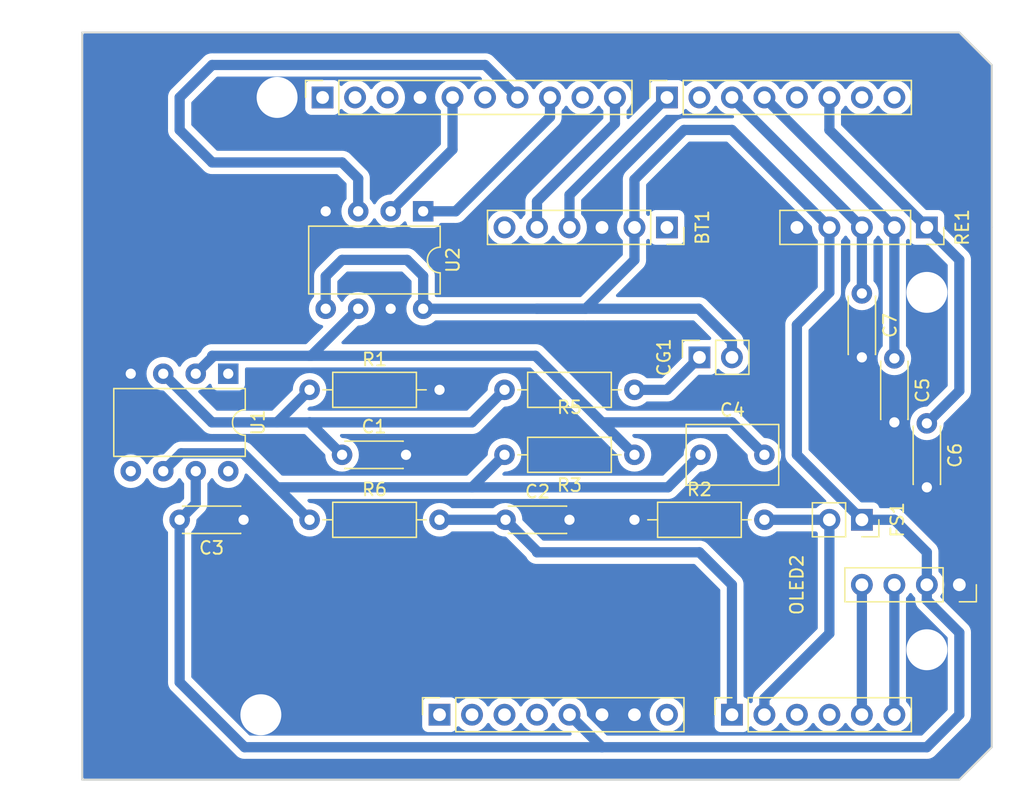
<source format=kicad_pcb>
(kicad_pcb (version 20221018) (generator pcbnew)
  (title_block (date "mar. 31 mars 2015"))
  (layers (0 "F.Cu" signal) (31 "B.Cu" signal) (34 "B.Paste" user) (35 "F.Paste" user) (36 "B.SilkS" user "B.Silkscreen") (37 "F.SilkS" user "F.Silkscreen") (38 "B.Mask" user) (39 "F.Mask" user) (44 "Edge.Cuts" user))
  (net 0 "")
  (net 1 "GND")
  (net 3 "+5V")
  (net 4 "/IOREF")
  (net 5 "Net-(U1-+IN)")
  (net 6 "A0")
  (net 7 "/A2")
  (net 8 "/A3")
  (net 9 "Net-(U1-OUT)")
  (net 10 "R2")
  (net 11 "A5")
  (net 12 "/12")
  (net 13 "/AREF")
  (net 14 "A4")
  (net 15 "D13")
  (net 16 "D11")
  (net 17 "D10")
  (net 18 "/*9")
  (net 19 "D8")
  (net 20 "A1")
  (net 21 "/*6")
  (net 22 "D7")
  (net 23 "/TX{slash}1")
  (net 24 "/*3")
  (net 25 "/RX{slash}0")
  (net 26 "+3V3")
  (net 27 "VCC")
  (net 28 "/~{RESET}")
  (net 29 "D5")
  (net 30 "D4")
  (net 31 "D2")
  (net 37 "Net-(CG1-Pad1)")
  (footprint "Connector_PinSocket_2.54mm:PinSocket_1x08_P2.54mm_Vertical" (layer "F.Cu") (at 127.94 97.46 90)
    (fp_text reference "J1" hide)
    (fp_text value "Power")
    (fp_line (start -1.33 1.27) (end -1.33 19.11) (stroke (width 0.12)) (layer "F.SilkS"))
    (fp_line (start -1.33 1.27) (end 1.33 1.27) (stroke (width 0.12)) (layer "F.SilkS"))
    (fp_line (start -1.33 19.11) (end 1.33 19.11) (stroke (width 0.12)) (layer "F.SilkS"))
    (fp_line (start 0 -1.33) (end 1.33 -1.33) (stroke (width 0.12)) (layer "F.SilkS"))
    (fp_line (start 1.33 -1.33) (end 1.33 0) (stroke (width 0.12)) (layer "F.SilkS"))
    (fp_line (start 1.33 1.27) (end 1.33 19.11) (stroke (width 0.12)) (layer "F.SilkS"))
    (pad "1" thru_hole rect locked (at 0 0 90) (size 1.7 1.7) (drill 1) (layers "*.Cu" "*.Mask"))
    (pad "2" thru_hole oval locked (at 0 2.54 90) (size 1.7 1.7) (drill 1) (layers "*.Cu" "*.Mask") (net 4 "/IOREF"))
    (pad "3" thru_hole oval locked (at 0 5.08 90) (size 1.7 1.7) (drill 1) (layers "*.Cu" "*.Mask") (net 28 "/~{RESET}"))
    (pad "4" thru_hole oval locked (at 0 7.62 90) (size 1.7 1.7) (drill 1) (layers "*.Cu" "*.Mask") (net 26 "+3V3"))
    (pad "5" thru_hole oval locked (at 0 10.16 90) (size 1.7 1.7) (drill 1) (layers "*.Cu" "*.Mask") (net 3 "+5V"))
    (pad "6" thru_hole oval locked (at 0 12.7 90) (size 1.7 1.7) (drill 1) (layers "*.Cu" "*.Mask") (net 1 "GND"))
    (pad "7" thru_hole oval locked (at 0 15.24 90) (size 1.7 1.7) (drill 1) (layers "*.Cu" "*.Mask") (net 1 "GND"))
    (pad "8" thru_hole oval locked (at 0 17.78 90) (size 1.7 1.7) (drill 1) (layers "*.Cu" "*.Mask") (net 27 "VCC"))
  )
  (footprint "Connector_PinSocket_2.54mm:PinSocket_1x06_P2.54mm_Vertical" (layer "F.Cu") (at 150.8 97.46 90)
    (fp_text reference "J3" hide)
    (fp_text value "Analog")
    (fp_line (start -1.33 1.27) (end -1.33 14.03) (stroke (width 0.12)) (layer "F.SilkS"))
    (fp_line (start -1.33 1.27) (end 1.33 1.27) (stroke (width 0.12)) (layer "F.SilkS"))
    (fp_line (start -1.33 14.03) (end 1.33 14.03) (stroke (width 0.12)) (layer "F.SilkS"))
    (fp_line (start 0 -1.33) (end 1.33 -1.33) (stroke (width 0.12)) (layer "F.SilkS"))
    (fp_line (start 1.33 -1.33) (end 1.33 0) (stroke (width 0.12)) (layer "F.SilkS"))
    (fp_line (start 1.33 1.27) (end 1.33 14.03) (stroke (width 0.12)) (layer "F.SilkS"))
    (pad "1" thru_hole rect locked (at 0 0 90) (size 1.7 1.7) (drill 1) (layers "*.Cu" "*.Mask") (net 6 "A0"))
    (pad "2" thru_hole oval locked (at 0 2.54 90) (size 1.7 1.7) (drill 1) (layers "*.Cu" "*.Mask") (net 20 "A1"))
    (pad "3" thru_hole oval locked (at 0 5.08 90) (size 1.7 1.7) (drill 1) (layers "*.Cu" "*.Mask") (net 7 "/A2"))
    (pad "4" thru_hole oval locked (at 0 7.62 90) (size 1.7 1.7) (drill 1) (layers "*.Cu" "*.Mask") (net 8 "/A3"))
    (pad "5" thru_hole oval locked (at 0 10.16 90) (size 1.7 1.7) (drill 1) (layers "*.Cu" "*.Mask") (net 14 "A4"))
    (pad "6" thru_hole oval locked (at 0 12.7 90) (size 1.7 1.7) (drill 1) (layers "*.Cu" "*.Mask") (net 11 "A5"))
  )
  (footprint "Connector_PinSocket_2.54mm:PinSocket_1x10_P2.54mm_Vertical" (layer "F.Cu") (at 118.796 49.2 90)
    (fp_text reference "J2" hide)
    (fp_text value "Digital/PWM")
    (fp_line (start -1.33 1.27) (end -1.33 24.19) (stroke (width 0.12)) (layer "F.SilkS"))
    (fp_line (start -1.33 1.27) (end 1.33 1.27) (stroke (width 0.12)) (layer "F.SilkS"))
    (fp_line (start -1.33 24.19) (end 1.33 24.19) (stroke (width 0.12)) (layer "F.SilkS"))
    (fp_line (start 0 -1.33) (end 1.33 -1.33) (stroke (width 0.12)) (layer "F.SilkS"))
    (fp_line (start 1.33 -1.33) (end 1.33 0) (stroke (width 0.12)) (layer "F.SilkS"))
    (fp_line (start 1.33 1.27) (end 1.33 24.19) (stroke (width 0.12)) (layer "F.SilkS"))
    (pad "1" thru_hole rect locked (at 0 0 90) (size 1.7 1.7) (drill 1) (layers "*.Cu" "*.Mask"))
    (pad "2" thru_hole oval locked (at 0 2.54 90) (size 1.7 1.7) (drill 1) (layers "*.Cu" "*.Mask"))
    (pad "3" thru_hole oval locked (at 0 5.08 90) (size 1.7 1.7) (drill 1) (layers "*.Cu" "*.Mask") (net 13 "/AREF"))
    (pad "4" thru_hole oval locked (at 0 7.62 90) (size 1.7 1.7) (drill 1) (layers "*.Cu" "*.Mask") (net 1 "GND"))
    (pad "5" thru_hole oval locked (at 0 10.16 90) (size 1.7 1.7) (drill 1) (layers "*.Cu" "*.Mask") (net 15 "D13"))
    (pad "6" thru_hole oval locked (at 0 12.7 90) (size 1.7 1.7) (drill 1) (layers "*.Cu" "*.Mask") (net 12 "/12"))
    (pad "7" thru_hole oval locked (at 0 15.24 90) (size 1.7 1.7) (drill 1) (layers "*.Cu" "*.Mask") (net 16 "D11"))
    (pad "8" thru_hole oval locked (at 0 17.78 90) (size 1.7 1.7) (drill 1) (layers "*.Cu" "*.Mask") (net 17 "D10"))
    (pad "9" thru_hole oval locked (at 0 20.32 90) (size 1.7 1.7) (drill 1) (layers "*.Cu" "*.Mask") (net 18 "/*9"))
    (pad "10" thru_hole oval locked (at 0 22.86 90) (size 1.7 1.7) (drill 1) (layers "*.Cu" "*.Mask") (net 19 "D8"))
  )
  (footprint "Connector_PinSocket_2.54mm:PinSocket_1x08_P2.54mm_Vertical" (layer "F.Cu") (at 145.72 49.2 90)
    (fp_text reference "J4" hide)
    (fp_text value "Digital/PWM")
    (fp_line (start -1.33 1.27) (end -1.33 19.11) (stroke (width 0.12)) (layer "F.SilkS"))
    (fp_line (start -1.33 1.27) (end 1.33 1.27) (stroke (width 0.12)) (layer "F.SilkS"))
    (fp_line (start -1.33 19.11) (end 1.33 19.11) (stroke (width 0.12)) (layer "F.SilkS"))
    (fp_line (start 0 -1.33) (end 1.33 -1.33) (stroke (width 0.12)) (layer "F.SilkS"))
    (fp_line (start 1.33 -1.33) (end 1.33 0) (stroke (width 0.12)) (layer "F.SilkS"))
    (fp_line (start 1.33 1.27) (end 1.33 19.11) (stroke (width 0.12)) (layer "F.SilkS"))
    (pad "1" thru_hole rect locked (at 0 0 90) (size 1.7 1.7) (drill 1) (layers "*.Cu" "*.Mask") (net 22 "D7"))
    (pad "2" thru_hole oval locked (at 0 2.54 90) (size 1.7 1.7) (drill 1) (layers "*.Cu" "*.Mask") (net 21 "/*6"))
    (pad "3" thru_hole oval locked (at 0 5.08 90) (size 1.7 1.7) (drill 1) (layers "*.Cu" "*.Mask") (net 29 "D5"))
    (pad "4" thru_hole oval locked (at 0 7.62 90) (size 1.7 1.7) (drill 1) (layers "*.Cu" "*.Mask") (net 30 "D4"))
    (pad "5" thru_hole oval locked (at 0 10.16 90) (size 1.7 1.7) (drill 1) (layers "*.Cu" "*.Mask") (net 24 "/*3"))
    (pad "6" thru_hole oval locked (at 0 12.7 90) (size 1.7 1.7) (drill 1) (layers "*.Cu" "*.Mask") (net 31 "D2"))
    (pad "7" thru_hole oval locked (at 0 15.24 90) (size 1.7 1.7) (drill 1) (layers "*.Cu" "*.Mask") (net 23 "/TX{slash}1"))
    (pad "8" thru_hole oval locked (at 0 17.78 90) (size 1.7 1.7) (drill 1) (layers "*.Cu" "*.Mask") (net 25 "/RX{slash}0"))
  )
  (footprint "Capacitor_THT:C_Disc_D4.3mm_W1.9mm_P5.00mm" (layer "F.Cu") (at 163.5 69.6 -90)
    (fp_text reference "C5" (at 2.5 -2.2 90) (layer "F.SilkS"))
    (fp_text value "100n")
    (fp_line (start 0.23 -1.07) (end 0.23 -1.055) (stroke (width 0.12)) (layer "F.SilkS"))
    (fp_line (start 0.23 -1.07) (end 4.77 -1.07) (stroke (width 0.12)) (layer "F.SilkS"))
    (fp_line (start 0.23 1.055) (end 0.23 1.07) (stroke (width 0.12)) (layer "F.SilkS"))
    (fp_line (start 0.23 1.07) (end 4.77 1.07) (stroke (width 0.12)) (layer "F.SilkS"))
    (fp_line (start 4.77 -1.07) (end 4.77 -1.055) (stroke (width 0.12)) (layer "F.SilkS"))
    (fp_line (start 4.77 1.055) (end 4.77 1.07) (stroke (width 0.12)) (layer "F.SilkS"))
    (pad "1" thru_hole circle (at 0 0 270) (size 1.6 1.6) (drill 0.8) (layers "*.Cu" "*.Mask") (net 30 "D4"))
    (pad "2" thru_hole circle (at 5 0 270) (size 1.6 1.6) (drill 0.8) (layers "*.Cu" "*.Mask") (net 1 "GND"))
  )
  (footprint "Capacitor_THT:C_Disc_D4.3mm_W1.9mm_P5.00mm" (layer "F.Cu") (at 120.32 77.14)
    (fp_text reference "C1" (at 2.5 -2.2) (layer "F.SilkS"))
    (fp_text value "100n")
    (fp_line (start 0.23 -1.07) (end 0.23 -1.055) (stroke (width 0.12)) (layer "F.SilkS"))
    (fp_line (start 0.23 -1.07) (end 4.77 -1.07) (stroke (width 0.12)) (layer "F.SilkS"))
    (fp_line (start 0.23 1.055) (end 0.23 1.07) (stroke (width 0.12)) (layer "F.SilkS"))
    (fp_line (start 0.23 1.07) (end 4.77 1.07) (stroke (width 0.12)) (layer "F.SilkS"))
    (fp_line (start 4.77 -1.07) (end 4.77 -1.055) (stroke (width 0.12)) (layer "F.SilkS"))
    (fp_line (start 4.77 1.055) (end 4.77 1.07) (stroke (width 0.12)) (layer "F.SilkS"))
    (pad "1" thru_hole circle (at 0 0) (size 1.6 1.6) (drill 0.8) (layers "*.Cu" "*.Mask") (net 5 "Net-(U1-+IN)"))
    (pad "2" thru_hole circle (at 5 0) (size 1.6 1.6) (drill 0.8) (layers "*.Cu" "*.Mask") (net 1 "GND"))
  )
  (footprint "Connector_PinSocket_2.54mm:PinSocket_1x05_P2.54mm_Vertical" (layer "F.Cu") (at 166.04 59.36 -90)
    (fp_text reference "RE1" (at 0 -2.77 90) (layer "F.SilkS"))
    (fp_text value "~")
    (fp_line (start -1.33 1.27) (end -1.33 11.49) (stroke (width 0.12)) (layer "F.SilkS"))
    (fp_line (start -1.33 1.27) (end 1.33 1.27) (stroke (width 0.12)) (layer "F.SilkS"))
    (fp_line (start -1.33 11.49) (end 1.33 11.49) (stroke (width 0.12)) (layer "F.SilkS"))
    (fp_line (start 0 -1.33) (end 1.33 -1.33) (stroke (width 0.12)) (layer "F.SilkS"))
    (fp_line (start 1.33 -1.33) (end 1.33 0) (stroke (width 0.12)) (layer "F.SilkS"))
    (fp_line (start 1.33 1.27) (end 1.33 11.49) (stroke (width 0.12)) (layer "F.SilkS"))
    (pad "1" thru_hole rect (at 0 0 270) (size 1.7 1.7) (drill 1) (layers "*.Cu" "*.Mask") (net 31 "D2"))
    (pad "2" thru_hole oval (at 0 2.54 270) (size 1.7 1.7) (drill 1) (layers "*.Cu" "*.Mask") (net 30 "D4"))
    (pad "3" thru_hole oval (at 0 5.08 270) (size 1.7 1.7) (drill 1) (layers "*.Cu" "*.Mask") (net 29 "D5"))
    (pad "4" thru_hole oval (at 0 7.62 270) (size 1.7 1.7) (drill 1) (layers "*.Cu" "*.Mask") (net 3 "+5V"))
    (pad "5" thru_hole oval (at 0 10.16 270) (size 1.7 1.7) (drill 1) (layers "*.Cu" "*.Mask") (net 1 "GND"))
  )
  (footprint "Capacitor_THT:C_Disc_D4.3mm_W1.9mm_P5.00mm" (layer "F.Cu") (at 133.1 82.22)
    (fp_text reference "C2" (at 2.5 -2.2) (layer "F.SilkS"))
    (fp_text value "100n")
    (fp_line (start 0.23 -1.07) (end 0.23 -1.055) (stroke (width 0.12)) (layer "F.SilkS"))
    (fp_line (start 0.23 -1.07) (end 4.77 -1.07) (stroke (width 0.12)) (layer "F.SilkS"))
    (fp_line (start 0.23 1.055) (end 0.23 1.07) (stroke (width 0.12)) (layer "F.SilkS"))
    (fp_line (start 0.23 1.07) (end 4.77 1.07) (stroke (width 0.12)) (layer "F.SilkS"))
    (fp_line (start 4.77 -1.07) (end 4.77 -1.055) (stroke (width 0.12)) (layer "F.SilkS"))
    (fp_line (start 4.77 1.055) (end 4.77 1.07) (stroke (width 0.12)) (layer "F.SilkS"))
    (pad "1" thru_hole circle (at 0 0) (size 1.6 1.6) (drill 0.8) (layers "*.Cu" "*.Mask") (net 6 "A0"))
    (pad "2" thru_hole circle (at 5 0) (size 1.6 1.6) (drill 0.8) (layers "*.Cu" "*.Mask") (net 1 "GND"))
  )
  (footprint "Connector_PinSocket_2.54mm:PinSocket_1x02_P2.54mm_Vertical" (layer "F.Cu") (at 160.96 82.22 -90)
    (fp_text reference "FS1" (at 0 -2.77 90) (layer "F.SilkS"))
    (fp_text value "~")
    (fp_line (start -1.33 1.27) (end -1.33 3.87) (stroke (width 0.12)) (layer "F.SilkS"))
    (fp_line (start -1.33 1.27) (end 1.33 1.27) (stroke (width 0.12)) (layer "F.SilkS"))
    (fp_line (start -1.33 3.87) (end 1.33 3.87) (stroke (width 0.12)) (layer "F.SilkS"))
    (fp_line (start 0 -1.33) (end 1.33 -1.33) (stroke (width 0.12)) (layer "F.SilkS"))
    (fp_line (start 1.33 -1.33) (end 1.33 0) (stroke (width 0.12)) (layer "F.SilkS"))
    (fp_line (start 1.33 1.27) (end 1.33 3.87) (stroke (width 0.12)) (layer "F.SilkS"))
    (pad "1" thru_hole rect (at 0 0 270) (size 1.7 1.7) (drill 1) (layers "*.Cu" "*.Mask") (net 3 "+5V"))
    (pad "2" thru_hole oval (at 0 2.54 270) (size 1.7 1.7) (drill 1) (layers "*.Cu" "*.Mask") (net 20 "A1"))
  )
  (footprint "Arduino_MountingHole:MountingHole_3.2mm" (layer "F.Cu") (at 115.24 49.2)
    (fp_text reference "MH1" hide)
    (fp_text value "MountingHole_3.2mm" hide)
    (pad "" np_thru_hole circle locked (at 0 0) (size 3.2 3.2) (drill 3.2) (layers "*.Cu" "*.Mask"))
  )
  (footprint "Package_DIP:DIP-8_W7.62mm" (layer "F.Cu") (at 126.66 58.1 -90)
    (fp_text reference "U2" (at 3.81 -2.33 90) (layer "F.SilkS"))
    (fp_text value "MCP41010")
    (fp_line (start 1.16 -1.33) (end 1.16 8.95) (stroke (width 0.12)) (layer "F.SilkS"))
    (fp_line (start 1.16 8.95) (end 6.46 8.95) (stroke (width 0.12)) (layer "F.SilkS"))
    (fp_line (start 2.81 -1.33) (end 1.16 -1.33) (stroke (width 0.12)) (layer "F.SilkS"))
    (fp_line (start 6.46 -1.33) (end 4.81 -1.33) (stroke (width 0.12)) (layer "F.SilkS"))
    (fp_line (start 6.46 8.95) (end 6.46 -1.33) (stroke (width 0.12)) (layer "F.SilkS"))
    (fp_arc (start 4.81 -1.33) (mid 3.81 -0.33) (end 2.81 -1.33) (stroke (width 0.12)) (layer "F.SilkS"))
    (pad "1" thru_hole rect (at 0 0 270) (size 1.6 1.6) (drill 0.8) (layers "*.Cu" "*.Mask") (net 17 "D10"))
    (pad "2" thru_hole oval (at 0 2.54 270) (size 1.6 1.6) (drill 0.8) (layers "*.Cu" "*.Mask") (net 15 "D13"))
    (pad "3" thru_hole oval (at 0 5.08 270) (size 1.6 1.6) (drill 0.8) (layers "*.Cu" "*.Mask") (net 16 "D11"))
    (pad "4" thru_hole oval (at 0 7.62 270) (size 1.6 1.6) (drill 0.8) (layers "*.Cu" "*.Mask") (net 1 "GND"))
    (pad "5" thru_hole oval (at 7.62 7.62 270) (size 1.6 1.6) (drill 0.8) (layers "*.Cu" "*.Mask") (net 3 "+5V"))
    (pad "6" thru_hole oval (at 7.62 5.08 270) (size 1.6 1.6) (drill 0.8) (layers "*.Cu" "*.Mask") (net 10 "R2"))
    (pad "7" thru_hole oval (at 7.62 2.54 270) (size 1.6 1.6) (drill 0.8) (layers "*.Cu" "*.Mask") (net 1 "GND"))
    (pad "8" thru_hole oval (at 7.62 0 270) (size 1.6 1.6) (drill 0.8) (layers "*.Cu" "*.Mask") (net 3 "+5V"))
  )
  (footprint "Connector_PinSocket_2.54mm:PinSocket_1x02_P2.54mm_Vertical" (layer "F.Cu") (at 148.26 69.52 90)
    (fp_text reference "CG1" (at 0 -2.77 90) (layer "F.SilkS"))
    (fp_text value "~")
    (fp_line (start -1.33 1.27) (end -1.33 3.87) (stroke (width 0.12)) (layer "F.SilkS"))
    (fp_line (start -1.33 1.27) (end 1.33 1.27) (stroke (width 0.12)) (layer "F.SilkS"))
    (fp_line (start -1.33 3.87) (end 1.33 3.87) (stroke (width 0.12)) (layer "F.SilkS"))
    (fp_line (start 0 -1.33) (end 1.33 -1.33) (stroke (width 0.12)) (layer "F.SilkS"))
    (fp_line (start 1.33 -1.33) (end 1.33 0) (stroke (width 0.12)) (layer "F.SilkS"))
    (fp_line (start 1.33 1.27) (end 1.33 3.87) (stroke (width 0.12)) (layer "F.SilkS"))
    (pad "1" thru_hole rect (at 0 0 90) (size 1.7 1.7) (drill 1) (layers "*.Cu" "*.Mask") (net 37 "Net-(CG1-Pad1)"))
    (pad "2" thru_hole oval (at 0 2.54 90) (size 1.7 1.7) (drill 1) (layers "*.Cu" "*.Mask") (net 3 "+5V"))
  )
  (footprint "Resistor_THT:R_Axial_DIN0207_L6.3mm_D2.5mm_P10.16mm_Horizontal" (layer "F.Cu") (at 117.78 72.06)
    (fp_text reference "R1" (at 5.08 -2.37) (layer "F.SilkS"))
    (fp_text value "100k")
    (fp_line (start 1.04 0) (end 1.81 0) (stroke (width 0.12)) (layer "F.SilkS"))
    (fp_line (start 1.81 -1.37) (end 1.81 1.37) (stroke (width 0.12)) (layer "F.SilkS"))
    (fp_line (start 1.81 1.37) (end 8.35 1.37) (stroke (width 0.12)) (layer "F.SilkS"))
    (fp_line (start 8.35 -1.37) (end 1.81 -1.37) (stroke (width 0.12)) (layer "F.SilkS"))
    (fp_line (start 8.35 1.37) (end 8.35 -1.37) (stroke (width 0.12)) (layer "F.SilkS"))
    (fp_line (start 9.12 0) (end 8.35 0) (stroke (width 0.12)) (layer "F.SilkS"))
    (pad "1" thru_hole circle (at 0 0) (size 1.6 1.6) (drill 0.8) (layers "*.Cu" "*.Mask") (net 5 "Net-(U1-+IN)"))
    (pad "2" thru_hole oval (at 10.16 0) (size 1.6 1.6) (drill 0.8) (layers "*.Cu" "*.Mask") (net 1 "GND"))
  )
  (footprint "Package_DIP:DIP-8_W7.62mm" (layer "F.Cu") (at 111.42 70.8 -90)
    (fp_text reference "U1" (at 3.81 -2.33 90) (layer "F.SilkS"))
    (fp_text value "LTC1050CN8")
    (fp_line (start 1.16 -1.33) (end 1.16 8.95) (stroke (width 0.12)) (layer "F.SilkS"))
    (fp_line (start 1.16 8.95) (end 6.46 8.95) (stroke (width 0.12)) (layer "F.SilkS"))
    (fp_line (start 2.81 -1.33) (end 1.16 -1.33) (stroke (width 0.12)) (layer "F.SilkS"))
    (fp_line (start 6.46 -1.33) (end 4.81 -1.33) (stroke (width 0.12)) (layer "F.SilkS"))
    (fp_line (start 6.46 8.95) (end 6.46 -1.33) (stroke (width 0.12)) (layer "F.SilkS"))
    (fp_arc (start 4.81 -1.33) (mid 3.81 -0.33) (end 2.81 -1.33) (stroke (width 0.12)) (layer "F.SilkS"))
    (pad "1" thru_hole rect (at 0 0 270) (size 1.6 1.6) (drill 0.8) (layers "*.Cu" "*.Mask"))
    (pad "2" thru_hole oval (at 0 2.54 270) (size 1.6 1.6) (drill 0.8) (layers "*.Cu" "*.Mask") (net 10 "R2"))
    (pad "3" thru_hole oval (at 0 5.08 270) (size 1.6 1.6) (drill 0.8) (layers "*.Cu" "*.Mask") (net 5 "Net-(U1-+IN)"))
    (pad "4" thru_hole oval (at 0 7.62 270) (size 1.6 1.6) (drill 0.8) (layers "*.Cu" "*.Mask") (net 1 "GND"))
    (pad "5" thru_hole oval (at 7.62 7.62 270) (size 1.6 1.6) (drill 0.8) (layers "*.Cu" "*.Mask"))
    (pad "6" thru_hole oval (at 7.62 5.08 270) (size 1.6 1.6) (drill 0.8) (layers "*.Cu" "*.Mask") (net 9 "Net-(U1-OUT)"))
    (pad "7" thru_hole oval (at 7.62 2.54 270) (size 1.6 1.6) (drill 0.8) (layers "*.Cu" "*.Mask") (net 3 "+5V"))
    (pad "8" thru_hole oval (at 7.62 0 270) (size 1.6 1.6) (drill 0.8) (layers "*.Cu" "*.Mask"))
  )
  (footprint "Resistor_THT:R_Axial_DIN0207_L6.3mm_D2.5mm_P10.16mm_Horizontal" (layer "F.Cu") (at 117.78 82.22)
    (fp_text reference "R6" (at 5.08 -2.37) (layer "F.SilkS"))
    (fp_text value "1k")
    (fp_line (start 1.04 0) (end 1.81 0) (stroke (width 0.12)) (layer "F.SilkS"))
    (fp_line (start 1.81 -1.37) (end 1.81 1.37) (stroke (width 0.12)) (layer "F.SilkS"))
    (fp_line (start 1.81 1.37) (end 8.35 1.37) (stroke (width 0.12)) (layer "F.SilkS"))
    (fp_line (start 8.35 -1.37) (end 1.81 -1.37) (stroke (width 0.12)) (layer "F.SilkS"))
    (fp_line (start 8.35 1.37) (end 8.35 -1.37) (stroke (width 0.12)) (layer "F.SilkS"))
    (fp_line (start 9.12 0) (end 8.35 0) (stroke (width 0.12)) (layer "F.SilkS"))
    (pad "1" thru_hole circle (at 0 0) (size 1.6 1.6) (drill 0.8) (layers "*.Cu" "*.Mask") (net 9 "Net-(U1-OUT)"))
    (pad "2" thru_hole oval (at 10.16 0) (size 1.6 1.6) (drill 0.8) (layers "*.Cu" "*.Mask") (net 6 "A0"))
  )
  (footprint "Resistor_THT:R_Axial_DIN0207_L6.3mm_D2.5mm_P10.16mm_Horizontal" (layer "F.Cu") (at 143.18 77.14 180)
    (fp_text reference "R3" (at 5.08 -2.37) (layer "F.SilkS"))
    (fp_text value "100k")
    (fp_line (start 1.04 0) (end 1.81 0) (stroke (width 0.12)) (layer "F.SilkS"))
    (fp_line (start 1.81 -1.37) (end 1.81 1.37) (stroke (width 0.12)) (layer "F.SilkS"))
    (fp_line (start 1.81 1.37) (end 8.35 1.37) (stroke (width 0.12)) (layer "F.SilkS"))
    (fp_line (start 8.35 -1.37) (end 1.81 -1.37) (stroke (width 0.12)) (layer "F.SilkS"))
    (fp_line (start 8.35 1.37) (end 8.35 -1.37) (stroke (width 0.12)) (layer "F.SilkS"))
    (fp_line (start 9.12 0) (end 8.35 0) (stroke (width 0.12)) (layer "F.SilkS"))
    (pad "1" thru_hole circle (at 0 0 180) (size 1.6 1.6) (drill 0.8) (layers "*.Cu" "*.Mask") (net 10 "R2"))
    (pad "2" thru_hole oval (at 10.16 0 180) (size 1.6 1.6) (drill 0.8) (layers "*.Cu" "*.Mask") (net 9 "Net-(U1-OUT)"))
  )
  (footprint "Resistor_THT:R_Axial_DIN0207_L6.3mm_D2.5mm_P10.16mm_Horizontal" (layer "F.Cu") (at 143.18 82.22)
    (fp_text reference "R2" (at 5.08 -2.37) (layer "F.SilkS"))
    (fp_text value "47k")
    (fp_line (start 1.04 0) (end 1.81 0) (stroke (width 0.12)) (layer "F.SilkS"))
    (fp_line (start 1.81 -1.37) (end 1.81 1.37) (stroke (width 0.12)) (layer "F.SilkS"))
    (fp_line (start 1.81 1.37) (end 8.35 1.37) (stroke (width 0.12)) (layer "F.SilkS"))
    (fp_line (start 8.35 -1.37) (end 1.81 -1.37) (stroke (width 0.12)) (layer "F.SilkS"))
    (fp_line (start 8.35 1.37) (end 8.35 -1.37) (stroke (width 0.12)) (layer "F.SilkS"))
    (fp_line (start 9.12 0) (end 8.35 0) (stroke (width 0.12)) (layer "F.SilkS"))
    (pad "1" thru_hole circle (at 0 0) (size 1.6 1.6) (drill 0.8) (layers "*.Cu" "*.Mask") (net 1 "GND"))
    (pad "2" thru_hole oval (at 10.16 0) (size 1.6 1.6) (drill 0.8) (layers "*.Cu" "*.Mask") (net 20 "A1"))
  )
  (footprint "Connector_PinSocket_2.54mm:PinSocket_1x04_P2.54mm_Vertical" (layer "F.Cu") (at 168.58 87.3 -90)
    (fp_text reference "OLED2" (at 0 12.7 90) (layer "F.SilkS"))
    (fp_text value "~")
    (fp_line (start -1.33 1.27) (end -1.33 8.95) (stroke (width 0.12)) (layer "F.SilkS"))
    (fp_line (start -1.33 1.27) (end 1.33 1.27) (stroke (width 0.12)) (layer "F.SilkS"))
    (fp_line (start -1.33 8.95) (end 1.33 8.95) (stroke (width 0.12)) (layer "F.SilkS"))
    (fp_line (start 0 -1.33) (end 1.33 -1.33) (stroke (width 0.12)) (layer "F.SilkS"))
    (fp_line (start 1.33 -1.33) (end 1.33 0) (stroke (width 0.12)) (layer "F.SilkS"))
    (fp_line (start 1.33 1.27) (end 1.33 8.95) (stroke (width 0.12)) (layer "F.SilkS"))
    (pad "1" thru_hole rect (at 0 0 270) (size 1.7 1.7) (drill 1) (layers "*.Cu" "*.Mask") (net 1 "GND"))
    (pad "2" thru_hole oval (at 0 2.54 270) (size 1.7 1.7) (drill 1) (layers "*.Cu" "*.Mask") (net 3 "+5V"))
    (pad "3" thru_hole oval (at 0 5.08 270) (size 1.7 1.7) (drill 1) (layers "*.Cu" "*.Mask") (net 11 "A5"))
    (pad "4" thru_hole oval (at 0 7.62 270) (size 1.7 1.7) (drill 1) (layers "*.Cu" "*.Mask") (net 14 "A4"))
  )
  (footprint "Capacitor_THT:C_Disc_D4.3mm_W1.9mm_P5.00mm" (layer "F.Cu") (at 112.62 82.22 180)
    (fp_text reference "C3" (at 2.5 -2.2) (layer "F.SilkS"))
    (fp_text value "100n")
    (fp_line (start 0.23 -1.07) (end 0.23 -1.055) (stroke (width 0.12)) (layer "F.SilkS"))
    (fp_line (start 0.23 -1.07) (end 4.77 -1.07) (stroke (width 0.12)) (layer "F.SilkS"))
    (fp_line (start 0.23 1.055) (end 0.23 1.07) (stroke (width 0.12)) (layer "F.SilkS"))
    (fp_line (start 0.23 1.07) (end 4.77 1.07) (stroke (width 0.12)) (layer "F.SilkS"))
    (fp_line (start 4.77 -1.07) (end 4.77 -1.055) (stroke (width 0.12)) (layer "F.SilkS"))
    (fp_line (start 4.77 1.055) (end 4.77 1.07) (stroke (width 0.12)) (layer "F.SilkS"))
    (pad "1" thru_hole circle (at 0 0 180) (size 1.6 1.6) (drill 0.8) (layers "*.Cu" "*.Mask") (net 1 "GND"))
    (pad "2" thru_hole circle (at 5 0 180) (size 1.6 1.6) (drill 0.8) (layers "*.Cu" "*.Mask") (net 3 "+5V"))
  )
  (footprint "Connector_PinSocket_2.54mm:PinSocket_1x06_P2.54mm_Vertical" (layer "F.Cu") (at 145.72 59.36 -90)
    (fp_text reference "BT1" (at 0 -2.77 90) (layer "F.SilkS"))
    (fp_text value "~")
    (fp_line (start -1.33 1.27) (end -1.33 14.03) (stroke (width 0.12)) (layer "F.SilkS"))
    (fp_line (start -1.33 1.27) (end 1.33 1.27) (stroke (width 0.12)) (layer "F.SilkS"))
    (fp_line (start -1.33 14.03) (end 1.33 14.03) (stroke (width 0.12)) (layer "F.SilkS"))
    (fp_line (start 0 -1.33) (end 1.33 -1.33) (stroke (width 0.12)) (layer "F.SilkS"))
    (fp_line (start 1.33 -1.33) (end 1.33 0) (stroke (width 0.12)) (layer "F.SilkS"))
    (fp_line (start 1.33 1.27) (end 1.33 14.03) (stroke (width 0.12)) (layer "F.SilkS"))
    (pad "1" thru_hole rect (at 0 0 270) (size 1.7 1.7) (drill 1) (layers "*.Cu" "*.Mask"))
    (pad "2" thru_hole oval (at 0 2.54 270) (size 1.7 1.7) (drill 1) (layers "*.Cu" "*.Mask") (net 3 "+5V"))
    (pad "3" thru_hole oval (at 0 5.08 270) (size 1.7 1.7) (drill 1) (layers "*.Cu" "*.Mask") (net 1 "GND"))
    (pad "4" thru_hole oval (at 0 7.62 270) (size 1.7 1.7) (drill 1) (layers "*.Cu" "*.Mask") (net 22 "D7"))
    (pad "5" thru_hole oval (at 0 10.16 270) (size 1.7 1.7) (drill 1) (layers "*.Cu" "*.Mask") (net 19 "D8"))
    (pad "6" thru_hole oval (at 0 12.7 270) (size 1.7 1.7) (drill 1) (layers "*.Cu" "*.Mask"))
  )
  (footprint "Capacitor_THT:C_Rect_L7.0mm_W4.5mm_P5.00mm" (layer "F.Cu") (at 148.34 77.14)
    (fp_text reference "C4" (at 2.5 -3.5) (layer "F.SilkS"))
    (fp_text value "1u")
    (fp_line (start -1.12 -2.37) (end -1.12 2.37) (stroke (width 0.12)) (layer "F.SilkS"))
    (fp_line (start -1.12 -2.37) (end 6.12 -2.37) (stroke (width 0.12)) (layer "F.SilkS"))
    (fp_line (start -1.12 2.37) (end 6.12 2.37) (stroke (width 0.12)) (layer "F.SilkS"))
    (fp_line (start 6.12 -2.37) (end 6.12 2.37) (stroke (width 0.12)) (layer "F.SilkS"))
    (pad "1" thru_hole circle (at 0 0) (size 1.6 1.6) (drill 0.8) (layers "*.Cu" "*.Mask") (net 9 "Net-(U1-OUT)"))
    (pad "2" thru_hole circle (at 5 0) (size 1.6 1.6) (drill 0.8) (layers "*.Cu" "*.Mask") (net 10 "R2"))
  )
  (footprint "Capacitor_THT:C_Disc_D4.3mm_W1.9mm_P5.00mm" (layer "F.Cu") (at 166.04 74.68 -90)
    (fp_text reference "C6" (at 2.5 -2.2 90) (layer "F.SilkS"))
    (fp_text value "100n")
    (fp_line (start 0.23 -1.07) (end 0.23 -1.055) (stroke (width 0.12)) (layer "F.SilkS"))
    (fp_line (start 0.23 -1.07) (end 4.77 -1.07) (stroke (width 0.12)) (layer "F.SilkS"))
    (fp_line (start 0.23 1.055) (end 0.23 1.07) (stroke (width 0.12)) (layer "F.SilkS"))
    (fp_line (start 0.23 1.07) (end 4.77 1.07) (stroke (width 0.12)) (layer "F.SilkS"))
    (fp_line (start 4.77 -1.07) (end 4.77 -1.055) (stroke (width 0.12)) (layer "F.SilkS"))
    (fp_line (start 4.77 1.055) (end 4.77 1.07) (stroke (width 0.12)) (layer "F.SilkS"))
    (pad "1" thru_hole circle (at 0 0 270) (size 1.6 1.6) (drill 0.8) (layers "*.Cu" "*.Mask") (net 31 "D2"))
    (pad "2" thru_hole circle (at 5 0 270) (size 1.6 1.6) (drill 0.8) (layers "*.Cu" "*.Mask") (net 1 "GND"))
  )
  (footprint "Capacitor_THT:C_Disc_D4.3mm_W1.9mm_P5.00mm" (layer "F.Cu") (at 160.96 64.52 -90)
    (fp_text reference "C7" (at 2.5 -2.2 90) (layer "F.SilkS"))
    (fp_text value "100n")
    (fp_line (start 0.23 -1.07) (end 0.23 -1.055) (stroke (width 0.12)) (layer "F.SilkS"))
    (fp_line (start 0.23 -1.07) (end 4.77 -1.07) (stroke (width 0.12)) (layer "F.SilkS"))
    (fp_line (start 0.23 1.055) (end 0.23 1.07) (stroke (width 0.12)) (layer "F.SilkS"))
    (fp_line (start 0.23 1.07) (end 4.77 1.07) (stroke (width 0.12)) (layer "F.SilkS"))
    (fp_line (start 4.77 -1.07) (end 4.77 -1.055) (stroke (width 0.12)) (layer "F.SilkS"))
    (fp_line (start 4.77 1.055) (end 4.77 1.07) (stroke (width 0.12)) (layer "F.SilkS"))
    (pad "1" thru_hole circle (at 0 0 270) (size 1.6 1.6) (drill 0.8) (layers "*.Cu" "*.Mask") (net 29 "D5"))
    (pad "2" thru_hole circle (at 5 0 270) (size 1.6 1.6) (drill 0.8) (layers "*.Cu" "*.Mask") (net 1 "GND"))
  )
  (footprint "Arduino_MountingHole:MountingHole_3.2mm" (layer "F.Cu") (at 113.97 97.46)
    (fp_text reference "MH2" hide)
    (fp_text value "MountingHole_3.2mm" hide)
    (pad "" np_thru_hole circle locked (at 0 0) (size 3.2 3.2) (drill 3.2) (layers "*.Cu" "*.Mask"))
  )
  (footprint "Arduino_MountingHole:MountingHole_3.2mm" (layer "F.Cu") (at 166.04 64.44)
    (fp_text reference "MH3" hide)
    (fp_text value "MountingHole_3.2mm" hide)
    (pad "" np_thru_hole circle locked (at 0 0) (size 3.2 3.2) (drill 3.2) (layers "*.Cu" "*.Mask"))
  )
  (footprint "Arduino_MountingHole:MountingHole_3.2mm" (layer "F.Cu") (at 166.04 92.38)
    (fp_text reference "MH4" hide)
    (fp_text value "MountingHole_3.2mm" hide)
    (pad "" np_thru_hole circle locked (at 0 0) (size 3.2 3.2) (drill 3.2) (layers "*.Cu" "*.Mask"))
  )
  (footprint "Resistor_THT:R_Axial_DIN0207_L6.3mm_D2.5mm_P10.16mm_Horizontal" (layer "F.Cu") (at 143.18 72.06 180)
    (fp_text reference "R5" (at 5.08 -1.37) (layer "F.SilkS"))
    (fp_text value "10k")
    (fp_line (start 1.04 0) (end 1.81 0) (stroke (width 0.12)) (layer "F.SilkS"))
    (fp_line (start 1.81 -1.37) (end 1.81 1.37) (stroke (width 0.12)) (layer "F.SilkS"))
    (fp_line (start 1.81 1.37) (end 8.35 1.37) (stroke (width 0.12)) (layer "F.SilkS"))
    (fp_line (start 8.35 -1.37) (end 1.81 -1.37) (stroke (width 0.12)) (layer "F.SilkS"))
    (fp_line (start 8.35 1.37) (end 8.35 -1.37) (stroke (width 0.12)) (layer "F.SilkS"))
    (fp_line (start 9.12 0) (end 8.35 0) (stroke (width 0.12)) (layer "F.SilkS"))
    (pad "1" thru_hole circle (at 0 0 180) (size 1.6 1.6) (drill 0.8) (layers "*.Cu" "*.Mask") (net 37 "Net-(CG1-Pad1)"))
    (pad "2" thru_hole oval (at 10.16 0 180) (size 1.6 1.6) (drill 0.8) (layers "*.Cu" "*.Mask") (net 5 "Net-(U1-+IN)"))
  )
  (gr_line (start 100 102.54) (end 100 44.12) (stroke (width 0.15)) (layer "Edge.Cuts"))
  (gr_line (start 171.12 59.36) (end 171.12 100) (stroke (width 0.15)) (layer "Edge.Cuts"))
  (gr_line (start 168.58 102.54) (end 100 102.54) (stroke (width 0.15)) (layer "Edge.Cuts"))
  (gr_line (start 100 44.12) (end 168.58 44.12) (stroke (width 0.15)) (layer "Edge.Cuts"))
  (gr_line (start 171.12 100) (end 168.58 102.54) (stroke (width 0.15)) (layer "Edge.Cuts"))
  (gr_line (start 168.58 44.12) (end 171.12 46.66) (stroke (width 0.15)) (layer "Edge.Cuts"))
  (gr_line (start 171.12 46.66) (end 171.12 59.36) (stroke (width 0.15)) (layer "Edge.Cuts"))
  (segment (start 108.88 78.42) (end 108.88 80.96) (width 0.8) (layer "B.Cu") (net 3))
  (segment (start 166.04 87.3) (end 166.04 84.76) (width 0.8) (layer "B.Cu") (net 3))
  (segment (start 166.04 100) (end 168.58 97.46) (width 0.8) (layer "B.Cu") (net 3))
  (segment (start 150.8 68.317919) (end 148.202081 65.72) (width 0.8) (layer "B.Cu") (net 3))
  (segment (start 143.18 59.36) (end 143.18 61.9) (width 0.8) (layer "B.Cu") (net 3))
  (segment (start 125.4 61.9) (end 120.32 61.9) (width 0.8) (layer "B.Cu") (net 3))
  (segment (start 126.66 63.16) (end 125.4 61.9) (width 0.8) (layer "B.Cu") (net 3))
  (segment (start 158.42 64.44) (end 158.42 59.36) (width 0.8) (layer "B.Cu") (net 3))
  (segment (start 135.56 65.72) (end 126.66 65.72) (width 0.8) (layer "B.Cu") (net 3))
  (segment (start 119.04 63.18) (end 119.04 65.72) (width 0.8) (layer "B.Cu") (net 3))
  (segment (start 148.202081 65.72) (end 135.56 65.72) (width 0.8) (layer "B.Cu") (net 3))
  (segment (start 108.88 80.96) (end 107.62 82.22) (width 0.8) (layer "B.Cu") (net 3))
  (segment (start 138.1 97.46) (end 140.64 100) (width 0.8) (layer "B.Cu") (net 3))
  (segment (start 140.64 100) (end 166.04 100) (width 0.8) (layer "B.Cu") (net 3))
  (segment (start 155.88 77.14) (end 155.88 66.98) (width 0.8) (layer "B.Cu") (net 3))
  (segment (start 160.96 82.22) (end 163.5 82.22) (width 0.8) (layer "B.Cu") (net 3))
  (segment (start 150.8 51.74) (end 158.42 59.36) (width 0.8) (layer "B.Cu") (net 3))
  (segment (start 166.04 88.502081) (end 166.04 87.3) (width 0.8) (layer "B.Cu") (net 3))
  (segment (start 140.64 100) (end 112.7 100) (width 0.8) (layer "B.Cu") (net 3))
  (segment (start 168.58 91.042081) (end 166.04 88.502081) (width 0.8) (layer "B.Cu") (net 3))
  (segment (start 143.18 61.9) (end 139.36 65.72) (width 0.8) (layer "B.Cu") (net 3))
  (segment (start 126.66 65.72) (end 126.66 63.16) (width 0.8) (layer "B.Cu") (net 3))
  (segment (start 168.58 97.46) (end 168.58 91.042081) (width 0.8) (layer "B.Cu") (net 3))
  (segment (start 139.36 65.72) (end 135.56 65.72) (width 0.8) (layer "B.Cu") (net 3))
  (segment (start 143.18 59.36) (end 143.18 55.617919) (width 0.8) (layer "B.Cu") (net 3))
  (segment (start 107.62 94.92) (end 107.62 82.22) (width 0.8) (layer "B.Cu") (net 3))
  (segment (start 155.88 66.98) (end 158.42 64.44) (width 0.8) (layer "B.Cu") (net 3))
  (segment (start 160.96 82.22) (end 155.88 77.14) (width 0.8) (layer "B.Cu") (net 3))
  (segment (start 150.8 69.52) (end 150.8 68.317919) (width 0.8) (layer "B.Cu") (net 3))
  (segment (start 147.057919 51.74) (end 150.8 51.74) (width 0.8) (layer "B.Cu") (net 3))
  (segment (start 163.5 82.22) (end 166.04 84.76) (width 0.8) (layer "B.Cu") (net 3))
  (segment (start 112.7 100) (end 107.62 94.92) (width 0.8) (layer "B.Cu") (net 3))
  (segment (start 143.18 55.617919) (end 147.057919 51.74) (width 0.8) (layer "B.Cu") (net 3))
  (segment (start 120.32 61.9) (end 119.04 63.18) (width 0.8) (layer "B.Cu") (net 3))
  (segment (start 115.24 74.6) (end 117.78 74.6) (width 0.8) (layer "B.Cu") (net 5))
  (segment (start 110.14 74.6) (end 115.24 74.6) (width 0.8) (layer "B.Cu") (net 5))
  (segment (start 120.32 77.14) (end 117.78 74.6) (width 0.8) (layer "B.Cu") (net 5))
  (segment (start 130.48 74.6) (end 133.02 72.06) (width 0.8) (layer "B.Cu") (net 5))
  (segment (start 117.78 72.06) (end 115.24 74.6) (width 0.8) (layer "B.Cu") (net 5))
  (segment (start 117.78 74.6) (end 130.48 74.6) (width 0.8) (layer "B.Cu") (net 5))
  (segment (start 106.34 70.8) (end 110.14 74.6) (width 0.8) (layer "B.Cu") (net 5))
  (segment (start 135.56 84.68) (end 135.56 84.76) (width 0.8) (layer "B.Cu") (net 6))
  (segment (start 135.56 84.76) (end 148.26 84.76) (width 0.8) (layer "B.Cu") (net 6))
  (segment (start 148.26 84.76) (end 150.8 87.3) (width 0.8) (layer "B.Cu") (net 6))
  (segment (start 127.94 82.22) (end 133.1 82.22) (width 0.8) (layer "B.Cu") (net 6))
  (segment (start 133.1 82.22) (end 135.56 84.68) (width 0.8) (layer "B.Cu") (net 6))
  (segment (start 150.8 87.3) (end 150.8 97.46) (width 0.8) (layer "B.Cu") (net 6))
  (segment (start 145.8 79.68) (end 148.34 77.14) (width 0.8) (layer "B.Cu") (net 9))
  (segment (start 106.34 78.42) (end 107.74 77.02) (width 0.8) (layer "B.Cu") (net 9))
  (segment (start 133.02 77.14) (end 130.48 79.68) (width 0.8) (layer "B.Cu") (net 9))
  (segment (start 107.74 77.02) (end 112.58 77.02) (width 0.8) (layer "B.Cu") (net 9))
  (segment (start 115.24 79.68) (end 117.78 82.22) (width 0.8) (layer "B.Cu") (net 9))
  (segment (start 115.24 79.68) (end 130.48 79.68) (width 0.8) (layer "B.Cu") (net 9))
  (segment (start 112.58 77.02) (end 115.24 79.68) (width 0.8) (layer "B.Cu") (net 9))
  (segment (start 130.48 79.68) (end 145.8 79.68) (width 0.8) (layer "B.Cu") (net 9))
  (segment (start 121.58 65.72) (end 117.9 69.4) (width 0.8) (layer "B.Cu") (net 10))
  (segment (start 110.16 69.4) (end 110.16 69.52) (width 0.8) (layer "B.Cu") (net 10))
  (segment (start 143.18 77.14) (end 140.64 74.6) (width 0.8) (layer "B.Cu") (net 10))
  (segment (start 117.78 69.4) (end 110.16 69.4) (width 0.8) (layer "B.Cu") (net 10))
  (segment (start 117.9 69.4) (end 117.78 69.4) (width 0.8) (layer "B.Cu") (net 10))
  (segment (start 135.44 69.4) (end 117.78 69.4) (width 0.8) (layer "B.Cu") (net 10))
  (segment (start 140.64 74.6) (end 135.44 69.4) (width 0.8) (layer "B.Cu") (net 10))
  (segment (start 110.16 69.52) (end 108.88 70.8) (width 0.8) (layer "B.Cu") (net 10))
  (segment (start 153.34 77.14) (end 150.8 74.6) (width 0.8) (layer "B.Cu") (net 10))
  (segment (start 150.8 74.6) (end 140.64 74.6) (width 0.8) (layer "B.Cu") (net 10))
  (segment (start 163.5 87.3) (end 163.5 97.46) (width 0.8) (layer "B.Cu") (net 11))
  (segment (start 160.96 87.3) (end 160.96 97.46) (width 0.8) (layer "B.Cu") (net 14))
  (segment (start 128.956 53.264) (end 124.12 58.1) (width 0.8) (layer "B.Cu") (net 15))
  (segment (start 128.956 49.2) (end 128.956 53.264) (width 0.8) (layer "B.Cu") (net 15))
  (segment (start 134.036 49.2) (end 131.496 46.66) (width 0.8) (layer "B.Cu") (net 16))
  (segment (start 131.496 46.66) (end 110.16 46.66) (width 0.8) (layer "B.Cu") (net 16))
  (segment (start 110.16 54.28) (end 120.32 54.28) (width 0.8) (layer "B.Cu") (net 16))
  (segment (start 121.58 55.54) (end 121.58 58.1) (width 0.8) (layer "B.Cu") (net 16))
  (segment (start 107.62 51.74) (end 110.16 54.28) (width 0.8) (layer "B.Cu") (net 16))
  (segment (start 120.32 54.28) (end 121.58 55.54) (width 0.8) (layer "B.Cu") (net 16))
  (segment (start 110.16 46.66) (end 107.62 49.2) (width 0.8) (layer "B.Cu") (net 16))
  (segment (start 121.58 58.1) (end 121.311573 58.1) (width 0.8) (layer "B.Cu") (net 16))
  (segment (start 107.62 49.2) (end 107.62 51.74) (width 0.8) (layer "B.Cu") (net 16))
  (segment (start 136.576 50.724) (end 129.2 58.1) (width 0.8) (layer "B.Cu") (net 17))
  (segment (start 136.576 49.2) (end 136.576 50.724) (width 0.8) (layer "B.Cu") (net 17))
  (segment (start 129.2 58.1) (end 126.66 58.1) (width 0.8) (layer "B.Cu") (net 17))
  (segment (start 135.56 57.328) (end 135.56 59.36) (width 0.8) (layer "B.Cu") (net 19))
  (segment (start 141.656 51.232) (end 135.56 57.328) (width 0.8) (layer "B.Cu") (net 19))
  (segment (start 141.656 49.2) (end 141.656 51.232) (width 0.8) (layer "B.Cu") (net 19))
  (segment (start 158.42 91.11) (end 153.34 96.19) (width 0.8) (layer "B.Cu") (net 20))
  (segment (start 158.42 82.22) (end 153.34 82.22) (width 0.8) (layer "B.Cu") (net 20))
  (segment (start 153.34 96.19) (end 153.34 97.46) (width 0.8) (layer "B.Cu") (net 20))
  (segment (start 158.42 82.22) (end 158.42 91.11) (width 0.8) (layer "B.Cu") (net 20))
  (segment (start 138.1 56.82) (end 138.1 59.36) (width 0.8) (layer "B.Cu") (net 22))
  (segment (start 145.72 49.2) (end 138.1 56.82) (width 0.8) (layer "B.Cu") (net 22))
  (segment (start 150.8 49.2) (end 160.96 59.36) (width 0.8) (layer "B.Cu") (net 29))
  (segment (start 160.96 59.36) (end 160.96 64.52) (width 0.8) (layer "B.Cu") (net 29))
  (segment (start 163.5 59.36) (end 163.5 69.6) (width 0.8) (layer "B.Cu") (net 30))
  (segment (start 153.34 49.2) (end 163.5 59.36) (width 0.8) (layer "B.Cu") (net 30))
  (segment (start 158.42 49.2) (end 158.42 51.74) (width 0.8) (layer "B.Cu") (net 31))
  (segment (start 158.42 51.74) (end 166.04 59.36) (width 0.8) (layer "B.Cu") (net 31))
  (segment (start 166.04 59.36) (end 168.58 61.9) (width 0.8) (layer "B.Cu") (net 31))
  (segment (start 168.58 61.9) (end 168.58 72.14) (width 0.8) (layer "B.Cu") (net 31))
  (segment (start 168.58 72.14) (end 166.04 74.68) (width 0.8) (layer "B.Cu") (net 31))
  (segment (start 145.72 72.06) (end 148.26 69.52) (width 0.8) (layer "B.Cu") (net 37))
  (segment (start 143.18 72.06) (end 145.72 72.06) (width 0.8) (layer "B.Cu") (net 37))
  (zone (net 1) (net_name "GND") (layer "B.Cu") (connect_pads yes (clearance 0.508)) (min_thickness 0.25) (fill yes (thermal_gap 0.5) (thermal_bridge_width 0.5))
    (polygon (pts (xy 173.66 41.58) (xy 97.46 41.58) (xy 97.46 105.08) (xy 173.66 105.08)))
  )
)
</source>
